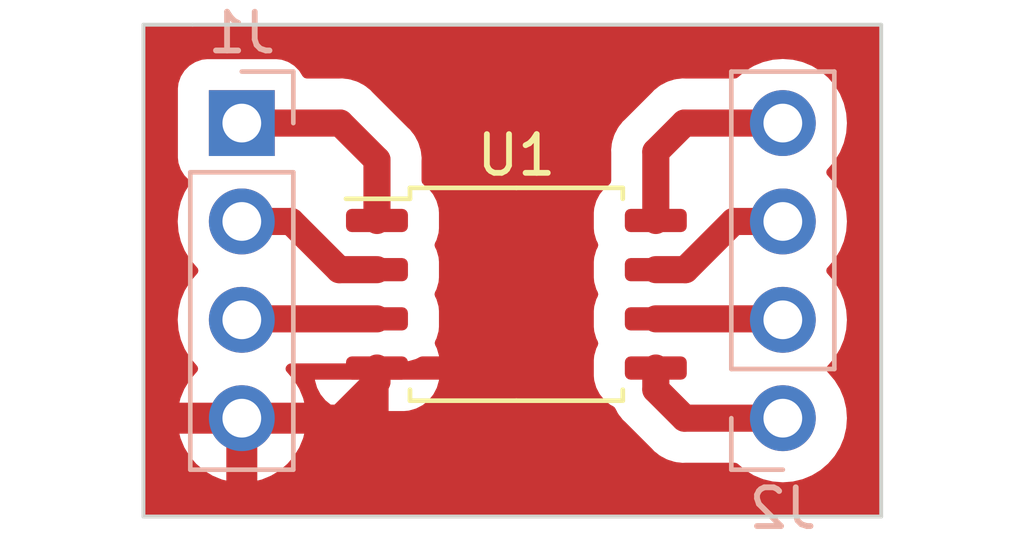
<source format=kicad_pcb>
(kicad_pcb (version 20221018) (generator pcbnew)
  (layers (0 "F.Cu" signal) (31 "B.Cu" signal) (34 "B.Paste" user) (35 "F.Paste" user) (36 "B.SilkS" user "B.Silkscreen") (37 "F.SilkS" user "F.Silkscreen") (38 "B.Mask" user) (39 "F.Mask" user) (44 "Edge.Cuts" user))
  (net 0 "")
  (net 1 "Net-(J1-Pin_1)")
  (net 2 "Net-(J1-Pin_2)")
  (net 3 "Net-(J1-Pin_3)")
  (net 4 "/GND")
  (net 5 "Net-(J2-Pin_1)")
  (net 6 "Net-(J2-Pin_2)")
  (net 7 "Net-(J2-Pin_3)")
  (net 8 "Net-(J2-Pin_4)")
  (footprint "Package_SO:SOIC-8_5.275x5.275mm_P1.27mm" (layer "F.Cu") (at 153.14 95.86)
    (fp_text reference "U1" (at 0 -3.59) (layer "F.SilkS"))
    (fp_text value "SST25VF080B-50-4x-S2Ax")
    (fp_line (start -2.7475 -2.7475) (end -2.7475 -2.465) (stroke (width 0.12)) (layer "F.SilkS"))
    (fp_line (start -2.7475 -2.465) (end -4.4 -2.465) (stroke (width 0.12)) (layer "F.SilkS"))
    (fp_line (start -2.7475 2.7475) (end -2.7475 2.465) (stroke (width 0.12)) (layer "F.SilkS"))
    (fp_line (start 0 -2.7475) (end -2.7475 -2.7475) (stroke (width 0.12)) (layer "F.SilkS"))
    (fp_line (start 0 -2.7475) (end 2.7475 -2.7475) (stroke (width 0.12)) (layer "F.SilkS"))
    (fp_line (start 0 2.7475) (end -2.7475 2.7475) (stroke (width 0.12)) (layer "F.SilkS"))
    (fp_line (start 0 2.7475) (end 2.7475 2.7475) (stroke (width 0.12)) (layer "F.SilkS"))
    (fp_line (start 2.7475 -2.7475) (end 2.7475 -2.465) (stroke (width 0.12)) (layer "F.SilkS"))
    (fp_line (start 2.7475 2.7475) (end 2.7475 2.465) (stroke (width 0.12)) (layer "F.SilkS"))
    (pad "1" smd roundrect (at -3.6 -1.905) (size 1.6 0.6) (layers "F.Cu" "F.Paste" "F.Mask") (net 1 "Net-(J1-Pin_1)"))
    (pad "2" smd roundrect (at -3.6 -0.635) (size 1.6 0.6) (layers "F.Cu" "F.Paste" "F.Mask") (net 2 "Net-(J1-Pin_2)"))
    (pad "3" smd roundrect (at -3.6 0.635) (size 1.6 0.6) (layers "F.Cu" "F.Paste" "F.Mask") (net 3 "Net-(J1-Pin_3)"))
    (pad "4" smd roundrect (at -3.6 1.905) (size 1.6 0.6) (layers "F.Cu" "F.Paste" "F.Mask") (net 4 "/GND"))
    (pad "5" smd roundrect (at 3.6 1.905) (size 1.6 0.6) (layers "F.Cu" "F.Paste" "F.Mask") (net 5 "Net-(J2-Pin_1)"))
    (pad "6" smd roundrect (at 3.6 0.635) (size 1.6 0.6) (layers "F.Cu" "F.Paste" "F.Mask") (net 6 "Net-(J2-Pin_2)"))
    (pad "7" smd roundrect (at 3.6 -0.635) (size 1.6 0.6) (layers "F.Cu" "F.Paste" "F.Mask") (net 7 "Net-(J2-Pin_3)"))
    (pad "8" smd roundrect (at 3.6 -1.905) (size 1.6 0.6) (layers "F.Cu" "F.Paste" "F.Mask") (net 8 "Net-(J2-Pin_4)"))
  )
  (footprint "Connector_PinHeader_2.54mm:PinHeader_1x04_P2.54mm_Vertical" (layer "B.Cu") (at 146.05 91.44 180)
    (fp_text reference "J1" (at 0 2.33) (layer "B.SilkS") (effects (justify mirror)))
    (fp_text value "Conn_01x04_Pin")
    (fp_line (start -1.33 -8.95) (end 1.33 -8.95) (stroke (width 0.12)) (layer "B.SilkS"))
    (fp_line (start -1.33 -1.27) (end -1.33 -8.95) (stroke (width 0.12)) (layer "B.SilkS"))
    (fp_line (start -1.33 -1.27) (end 1.33 -1.27) (stroke (width 0.12)) (layer "B.SilkS"))
    (fp_line (start -1.33 0) (end -1.33 1.33) (stroke (width 0.12)) (layer "B.SilkS"))
    (fp_line (start -1.33 1.33) (end 0 1.33) (stroke (width 0.12)) (layer "B.SilkS"))
    (fp_line (start 1.33 -1.27) (end 1.33 -8.95) (stroke (width 0.12)) (layer "B.SilkS"))
    (pad "1" thru_hole rect (at 0 0 180) (size 1.7 1.7) (drill 1) (layers "*.Cu" "*.Mask") (net 1 "Net-(J1-Pin_1)"))
    (pad "2" thru_hole oval (at 0 -2.54 180) (size 1.7 1.7) (drill 1) (layers "*.Cu" "*.Mask") (net 2 "Net-(J1-Pin_2)"))
    (pad "3" thru_hole oval (at 0 -5.08 180) (size 1.7 1.7) (drill 1) (layers "*.Cu" "*.Mask") (net 3 "Net-(J1-Pin_3)"))
    (pad "4" thru_hole oval (at 0 -7.62 180) (size 1.7 1.7) (drill 1) (layers "*.Cu" "*.Mask") (net 4 "/GND"))
  )
  (footprint "Connector_PinHeader_2.54mm:PinHeader_1x04_P2.54mm_Vertical" (layer "B.Cu") (at 160.02 99.06)
    (fp_text reference "J2" (at 0 2.33) (layer "B.SilkS") (effects (justify mirror)))
    (fp_text value "Conn_01x04_Pin")
    (fp_line (start -1.33 -8.95) (end 1.33 -8.95) (stroke (width 0.12)) (layer "B.SilkS"))
    (fp_line (start -1.33 -1.27) (end -1.33 -8.95) (stroke (width 0.12)) (layer "B.SilkS"))
    (fp_line (start -1.33 -1.27) (end 1.33 -1.27) (stroke (width 0.12)) (layer "B.SilkS"))
    (fp_line (start -1.33 0) (end -1.33 1.33) (stroke (width 0.12)) (layer "B.SilkS"))
    (fp_line (start -1.33 1.33) (end 0 1.33) (stroke (width 0.12)) (layer "B.SilkS"))
    (fp_line (start 1.33 -1.27) (end 1.33 -8.95) (stroke (width 0.12)) (layer "B.SilkS"))
    (pad "5" thru_hole circle (at 0 0) (size 1.7 1.7) (drill 1) (layers "*.Cu" "*.Mask") (net 5 "Net-(J2-Pin_1)"))
    (pad "6" thru_hole oval (at 0 -2.54) (size 1.7 1.7) (drill 1) (layers "*.Cu" "*.Mask") (net 6 "Net-(J2-Pin_2)"))
    (pad "7" thru_hole oval (at 0 -5.08) (size 1.7 1.7) (drill 1) (layers "*.Cu" "*.Mask") (net 7 "Net-(J2-Pin_3)"))
    (pad "8" thru_hole oval (at 0 -7.62) (size 1.7 1.7) (drill 1) (layers "*.Cu" "*.Mask") (net 8 "Net-(J2-Pin_4)"))
  )
  (gr_line (start 144.78 88.9) (end 162.56 88.9) (stroke (width 0.1)) (layer "Edge.Cuts"))
  (gr_line (start 162.56 101.6) (end 143.51 101.6) (stroke (width 0.1)) (layer "Edge.Cuts"))
  (gr_line (start 143.51 88.9) (end 144.78 88.9) (stroke (width 0.1)) (layer "Edge.Cuts"))
  (gr_line (start 162.56 88.9) (end 162.56 101.6) (stroke (width 0.1)) (layer "Edge.Cuts"))
  (gr_line (start 143.51 101.6) (end 143.51 88.9) (stroke (width 0.1)) (layer "Edge.Cuts"))
  (segment (start 149.54 93.955) (end 149.54 92.39) (width 0.7) (layer "F.Cu") (net 1))
  (segment (start 149.54 92.39) (end 148.59 91.44) (width 0.7) (layer "F.Cu") (net 1))
  (segment (start 148.59 91.44) (end 146.05 91.44) (width 0.7) (layer "F.Cu") (net 1))
  (segment (start 147.32 93.98) (end 146.05 93.98) (width 0.7) (layer "F.Cu") (net 2))
  (segment (start 148.565 95.225) (end 147.32 93.98) (width 0.7) (layer "F.Cu") (net 2))
  (segment (start 149.54 95.225) (end 148.565 95.225) (width 0.7) (layer "F.Cu") (net 2))
  (segment (start 146.075 96.495) (end 146.05 96.52) (width 0.7) (layer "F.Cu") (net 3))
  (segment (start 149.54 96.495) (end 146.075 96.495) (width 0.7) (layer "F.Cu") (net 3))
  (segment (start 149.54 98.11) (end 148.59 99.06) (width 0.7) (layer "F.Cu") (net 4))
  (segment (start 148.59 99.06) (end 146.05 99.06) (width 0.7) (layer "F.Cu") (net 4))
  (segment (start 149.54 97.765) (end 149.54 98.11) (width 0.7) (layer "F.Cu") (net 4))
  (segment (start 157.48 99.06) (end 160.02 99.06) (width 0.7) (layer "F.Cu") (net 5))
  (segment (start 156.74 97.765) (end 156.74 98.32) (width 0.7) (layer "F.Cu") (net 5))
  (segment (start 156.74 98.32) (end 157.48 99.06) (width 0.7) (layer "F.Cu") (net 5))
  (segment (start 159.995 96.495) (end 160.02 96.52) (width 0.7) (layer "F.Cu") (net 6))
  (segment (start 156.74 96.495) (end 159.995 96.495) (width 0.7) (layer "F.Cu") (net 6))
  (segment (start 156.74 95.225) (end 157.505 95.225) (width 0.7) (layer "F.Cu") (net 7))
  (segment (start 157.505 95.225) (end 158.75 93.98) (width 0.7) (layer "F.Cu") (net 7))
  (segment (start 158.75 93.98) (end 160.02 93.98) (width 0.7) (layer "F.Cu") (net 7))
  (segment (start 157.48 91.44) (end 160.02 91.44) (width 0.7) (layer "F.Cu") (net 8))
  (segment (start 156.74 92.18) (end 157.48 91.44) (width 0.7) (layer "F.Cu") (net 8))
  (segment (start 156.74 93.955) (end 156.74 92.18) (width 0.7) (layer "F.Cu") (net 8))
  (zone (net 4) (net_name "/GND") (layer "F.Cu") (connect_pads (clearance 0.8)) (min_thickness 0.25) (fill yes (thermal_gap 0.81) (thermal_bridge_width 0.8))
    (polygon (pts (xy 143.256 88.392) (xy 163.068 88.392) (xy 163.068 102.108) (xy 143.256 102.108)))
  )
)
</source>
